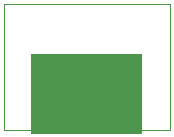
<source format=gbr>
G04*
G04 #@! TF.GenerationSoftware,Altium Limited,Altium Designer,24.4.1 (13)*
G04*
G04 Layer_Color=0*
%FSLAX25Y25*%
%MOIN*%
G70*
G04*
G04 #@! TF.SameCoordinates,F927B958-9D11-4E75-AA6B-EB5E4B5E5899*
G04*
G04*
G04 #@! TF.FilePolarity,Positive*
G04*
G01*
G75*
%ADD32C,0.00100*%
G36*
X69681Y1866D02*
Y28366D01*
X32681D01*
Y1866D01*
X69681D01*
D02*
G37*
D32*
X23622Y3150D02*
X78740D01*
Y45276D01*
X23622D01*
Y3150D01*
M02*

</source>
